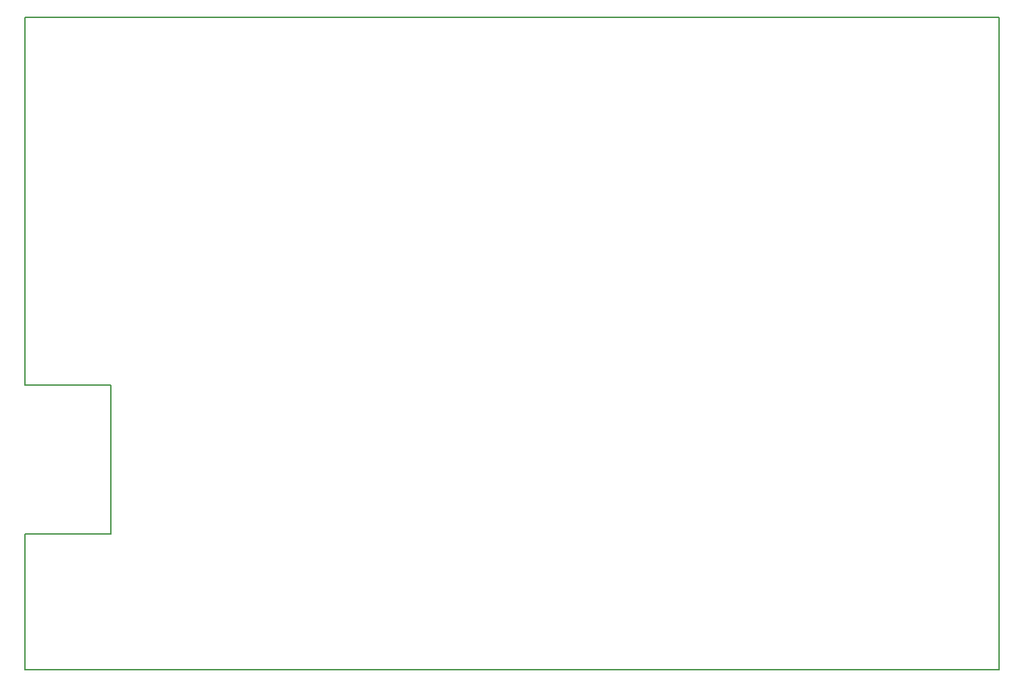
<source format=gbr>
G04 #@! TF.GenerationSoftware,KiCad,Pcbnew,(5.0.0)*
G04 #@! TF.CreationDate,2021-01-29T15:29:07+01:00*
G04 #@! TF.ProjectId,Programmateur_ATtiny85_02,50726F6772616D6D61746575725F4154,rev?*
G04 #@! TF.SameCoordinates,Original*
G04 #@! TF.FileFunction,Profile,NP*
%FSLAX46Y46*%
G04 Gerber Fmt 4.6, Leading zero omitted, Abs format (unit mm)*
G04 Created by KiCad (PCBNEW (5.0.0)) date 01/29/21 15:29:07*
%MOMM*%
%LPD*%
G01*
G04 APERTURE LIST*
%ADD10C,0.150000*%
%ADD11C,0.200000*%
G04 APERTURE END LIST*
D10*
X22000000Y-32500000D02*
X22000000Y-77470000D01*
X22000000Y-95631000D02*
X22000000Y-112268000D01*
X32500000Y-95631000D02*
X22000000Y-95631000D01*
X32500000Y-77470000D02*
X22000000Y-77470000D01*
X32500000Y-77470000D02*
X32500000Y-95631000D01*
X141000000Y-112268000D02*
X141000000Y-32500000D01*
D11*
X22000000Y-112268000D02*
X141000000Y-112268000D01*
X22000000Y-32500000D02*
X141000000Y-32500000D01*
M02*

</source>
